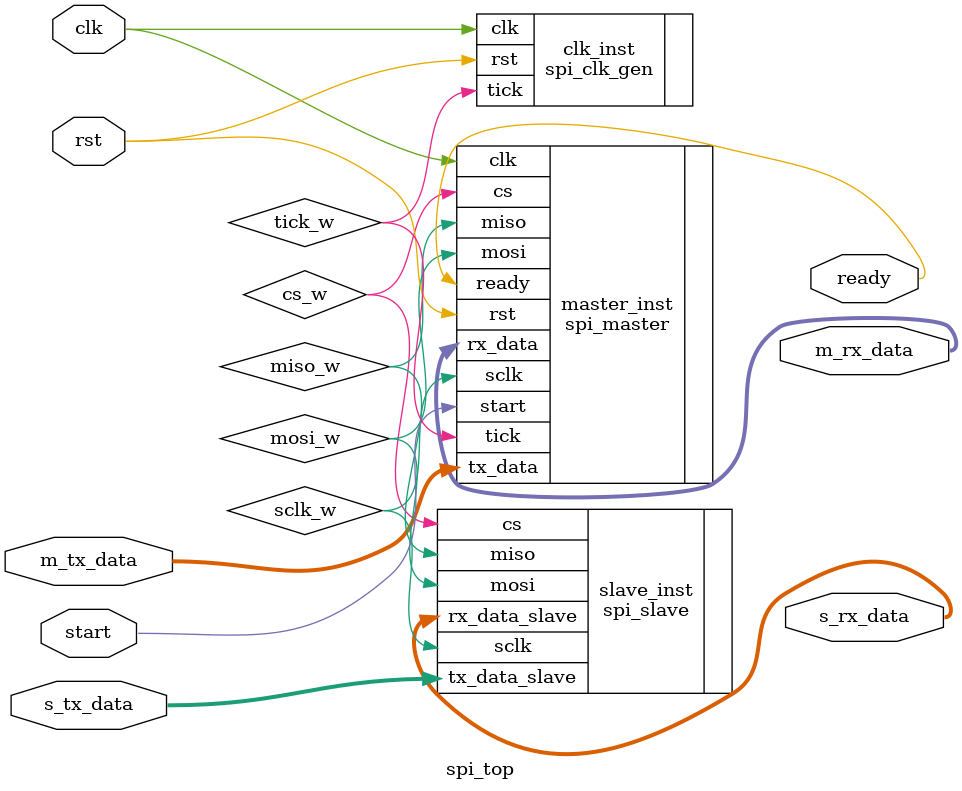
<source format=v>
`include "clock_divider.sv"
`include "Master.sv"
`include "Slave.sv"

module spi_top(
    input  clk, 
    input  rst, 
    input  start,
    input  [7:0] m_tx_data,
    input  [7:0] s_tx_data,
    output [7:0] m_rx_data,
    output [7:0] s_rx_data,
    output ready
);
    wire tick_w, sclk_w, mosi_w, miso_w, cs_w;

    spi_clk_gen #(.SYS_CLK(50_000_000), .SPI_CLK(10_000_000)) clk_inst (
        .clk(clk), 
        .rst(rst), 
        .tick(tick_w)
    );

    spi_master master_inst (
        .clk(clk), 
        .rst(rst), 
        .start(start), 
        .tick(tick_w),
        .tx_data(m_tx_data), 
        .rx_data(m_rx_data), 
        .ready(ready),
        .miso(miso_w), 
        .sclk(sclk_w), 
        .mosi(mosi_w), 
        .cs(cs_w)
    );

    spi_slave slave_inst (
        .sclk(sclk_w), 
        .cs(cs_w), 
        .mosi(mosi_w), 
        .miso(miso_w),
        .tx_data_slave(s_tx_data), 
        .rx_data_slave(s_rx_data)
    );
endmodule

</source>
